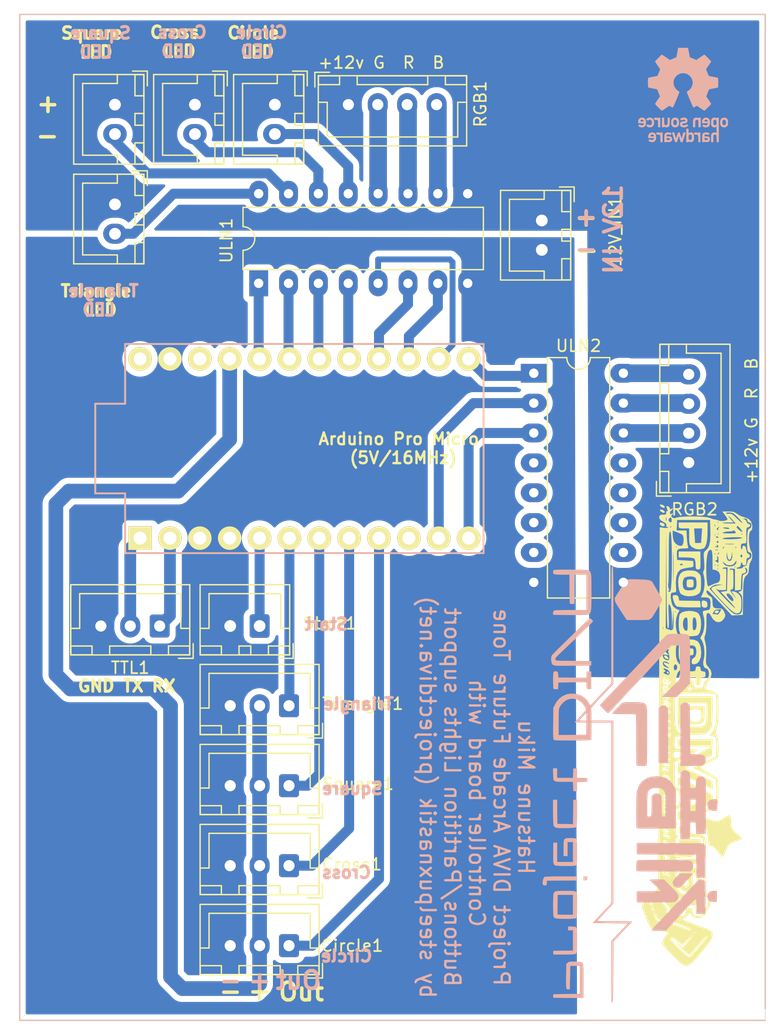
<source format=kicad_pcb>
(kicad_pcb (version 20210722) (generator pcbnew)
  (layers (0 "F.Cu" signal) (31 "B.Cu" signal) (34 "B.Paste" user) (35 "F.Paste" user) (36 "B.SilkS" user "B.Silkscreen") (37 "F.SilkS" user "F.Silkscreen") (38 "B.Mask" user) (39 "F.Mask" user) (44 "Edge.Cuts" user))
  (net 0 "")
  (net 1 "Net-(ProMicro1-Pad5)")
  (net 2 "Net-(ProMicro1-Pad6)")
  (net 3 "Net-(CIRCLE_LED1-Pad2)")
  (net 4 "Net-(Circle1-Pad1)")
  (net 5 "Net-(RGB1-Pad4)")
  (net 6 "Net-(RGB1-Pad3)")
  (net 7 "Net-(RGB1-Pad2)")
  (net 8 "Net-(12V_IN1-Pad1)")
  (net 9 "Net-(12V_IN1-Pad2)")
  (net 10 "Net-(Circle1-Pad2)")
  (net 11 "Net-(Cross1-Pad1)")
  (net 12 "Net-(SQUARE_LED1-Pad2)")
  (net 13 "Net-(ProMicro1-Pad7)")
  (net 14 "unconnected-(ProMicro1-Pad10)")
  (net 15 "Net-(ProMicro1-Pad13)")
  (net 16 "Net-(CROSS_LED1-Pad2)")
  (net 17 "Net-(ProMicro1-Pad14)")
  (net 18 "Net-(ProMicro1-Pad16)")
  (net 19 "Net-(ProMicro1-Pad17)")
  (net 20 "Net-(ProMicro1-Pad18)")
  (net 21 "Net-(ProMicro1-Pad19)")
  (net 22 "Net-(ProMicro1-Pad20)")
  (net 23 "Net-(TRIANGLE_LED1-Pad2)")
  (net 24 "Net-(ProMicro1-Pad15)")
  (net 25 "Net-(ProMicro1-Pad11)")
  (net 26 "Net-(ProMicro1-Pad12)")
  (net 27 "Net-(RGB2-Pad2)")
  (net 28 "Net-(RGB2-Pad3)")
  (net 29 "Net-(RGB2-Pad4)")
  (net 40 "Net-(TTL1-Pad2)")
  (net 41 "Net-(TTL1-Pad1)")
  (footprint "Connector_JST:JST_XH_B3B-XH-A_1x03_P2.50mm_Vertical" (layer "F.Cu") (at 124.5 109.65 180)
    (fp_text reference "Circle1" (at -5.365 0) (layer "F.SilkS"))
    (fp_text value "Circle_Conn_01x03")
    (pad "1" thru_hole roundrect locked (at 0 0 180) (size 1.7 1.95) (drill 0.95) (layers *.Cu *.Mask) (roundrect_rratio 0.147059) (net 4 "Net-(Circle1-Pad1)"))
    (pad "2" thru_hole oval locked (at 2.5 0 180) (size 1.7 1.95) (drill 0.95) (layers *.Cu *.Mask) (net 10 "Net-(Circle1-Pad2)"))
    (pad "3" thru_hole oval locked (at 5 0 180) (size 1.7 1.95) (drill 0.95) (layers *.Cu *.Mask) (net 9 "Net-(12V_IN1-Pad2)"))
  )
  (footprint "Connector_JST:JST_XH_B3B-XH-A_1x03_P2.50mm_Vertical" (layer "F.Cu") (at 124.5 102.85 180)
    (fp_text reference "Cross1" (at -5.346958 0.115477) (layer "F.SilkS"))
    (fp_text value "Cross_Conn_01x03")
    (pad "1" thru_hole roundrect locked (at 0 0 180) (size 1.7 1.95) (drill 0.95) (layers *.Cu *.Mask) (roundrect_rratio 0.147059) (net 11 "Net-(Cross1-Pad1)"))
    (pad "2" thru_hole oval locked (at 2.5 0 180) (size 1.7 1.95) (drill 0.95) (layers *.Cu *.Mask) (net 10 "Net-(Circle1-Pad2)"))
    (pad "3" thru_hole oval locked (at 5 0 180) (size 1.7 1.95) (drill 0.95) (layers *.Cu *.Mask) (net 9 "Net-(12V_IN1-Pad2)"))
  )
  (footprint "Connector_JST:JST_XH_B3B-XH-A_1x03_P2.50mm_Vertical" (layer "F.Cu") (at 124.5 96.05 180)
    (fp_text reference "Square1" (at -5.866927 0.155647) (layer "F.SilkS"))
    (fp_text value "Square_Conn_01x03")
    (pad "1" thru_hole roundrect locked (at 0 0 180) (size 1.7 1.95) (drill 0.95) (layers *.Cu *.Mask) (roundrect_rratio 0.147059) (net 13 "Net-(ProMicro1-Pad7)"))
    (pad "2" thru_hole oval locked (at 2.5 0 180) (size 1.7 1.95) (drill 0.95) (layers *.Cu *.Mask) (net 10 "Net-(Circle1-Pad2)"))
    (pad "3" thru_hole oval locked (at 5 0 180) (size 1.7 1.95) (drill 0.95) (layers *.Cu *.Mask) (net 9 "Net-(12V_IN1-Pad2)"))
  )
  (footprint "Connector_JST:JST_XH_B3B-XH-A_1x03_P2.50mm_Vertical" (layer "F.Cu") (at 124.5 89.25 180)
    (fp_text reference "Triangle1" (at -6.274552 0.166653) (layer "F.SilkS"))
    (fp_text value "Triangle_Conn_01x03")
    (pad "1" thru_hole roundrect locked (at 0 0 180) (size 1.7 1.95) (drill 0.95) (layers *.Cu *.Mask) (roundrect_rratio 0.147059) (net 2 "Net-(ProMicro1-Pad6)"))
    (pad "2" thru_hole oval locked (at 2.5 0 180) (size 1.7 1.95) (drill 0.95) (layers *.Cu *.Mask) (net 10 "Net-(Circle1-Pad2)"))
    (pad "3" thru_hole oval locked (at 5 0 180) (size 1.7 1.95) (drill 0.95) (layers *.Cu *.Mask) (net 9 "Net-(12V_IN1-Pad2)"))
  )
  (footprint "Connector_JST:JST_XH_B2B-XH-A_1x02_P2.50mm_Vertical" (layer "F.Cu") (at 122 82.475 180)
    (fp_text reference "Start1" (at -5.975 0.225 180) (layer "F.SilkS"))
    (fp_text value "START_Conn_01x02")
    (pad "1" thru_hole roundrect locked (at 0 0 180) (size 1.7 2) (drill 1) (layers *.Cu *.Mask) (roundrect_rratio 0.147059) (net 1 "Net-(ProMicro1-Pad5)"))
    (pad "2" thru_hole oval locked (at 2.5 0 180) (size 1.7 2) (drill 1) (layers *.Cu *.Mask) (net 9 "Net-(12V_IN1-Pad2)"))
  )
  (footprint "Connector_JST:JST_XH_B2B-XH-A_1x02_P2.50mm_Vertical" (layer "F.Cu") (at 109.7 46.625 -90)
    (fp_text reference "TRIANGLE_LED1" hide)
    (fp_text value "TRIANGLE_LED_Conn_01x02")
    (pad "1" thru_hole roundrect locked (at 0 0 270) (size 1.7 2) (drill 1) (layers *.Cu *.Mask) (roundrect_rratio 0.147059) (net 8 "Net-(12V_IN1-Pad1)"))
    (pad "2" thru_hole oval locked (at 2.5 0 270) (size 1.7 2) (drill 1) (layers *.Cu *.Mask) (net 23 "Net-(TRIANGLE_LED1-Pad2)"))
  )
  (footprint "Connector_JST:JST_XH_B2B-XH-A_1x02_P2.50mm_Vertical" (layer "F.Cu") (at 109.7 38.15 -90)
    (fp_text reference "SQUARE_LED1" hide)
    (fp_text value "SQUARE_LED_Conn_01x02")
    (pad "1" thru_hole roundrect locked (at 0 0 270) (size 1.7 2) (drill 1) (layers *.Cu *.Mask) (roundrect_rratio 0.147059) (net 8 "Net-(12V_IN1-Pad1)"))
    (pad "2" thru_hole oval locked (at 2.5 0 270) (size 1.7 2) (drill 1) (layers *.Cu *.Mask) (net 12 "Net-(SQUARE_LED1-Pad2)"))
  )
  (footprint "Connector_JST:JST_XH_B2B-XH-A_1x02_P2.50mm_Vertical" (layer "F.Cu") (at 116.5 38.15 -90)
    (fp_text reference "CROSS_LED1" hide)
    (fp_text value "CROSS_LED_Conn_01x02")
    (pad "1" thru_hole roundrect locked (at 0 0 270) (size 1.7 2) (drill 1) (layers *.Cu *.Mask) (roundrect_rratio 0.147059) (net 8 "Net-(12V_IN1-Pad1)"))
    (pad "2" thru_hole oval locked (at 2.5 0 270) (size 1.7 2) (drill 1) (layers *.Cu *.Mask) (net 16 "Net-(CROSS_LED1-Pad2)"))
  )
  (footprint "Connector_JST:JST_XH_B2B-XH-A_1x02_P2.50mm_Vertical" (layer "F.Cu") (at 123.3 38.15 -90)
    (fp_text reference "CIRCLE_LED1" hide)
    (fp_text value "CIRCLE_LED_Conn_01x02")
    (pad "1" thru_hole roundrect locked (at 0 0 270) (size 1.7 2) (drill 1) (layers *.Cu *.Mask) (roundrect_rratio 0.147059) (net 8 "Net-(12V_IN1-Pad1)"))
    (pad "2" thru_hole oval locked (at 2.5 0 270) (size 1.7 2) (drill 1) (layers *.Cu *.Mask) (net 3 "Net-(CIRCLE_LED1-Pad2)"))
  )
  (footprint "Connector_JST:JST_XH_B2B-XH-A_1x02_P2.50mm_Vertical" (layer "F.Cu") (at 146 48 -90)
    (fp_text reference "12V_IN1" (at 0.925 -6.25 -90) (layer "F.SilkS"))
    (fp_text value "12V_IN")
    (pad "1" thru_hole roundrect locked (at 0 0 270) (size 1.7 2) (drill 1) (layers *.Cu *.Mask) (roundrect_rratio 0.147059) (net 8 "Net-(12V_IN1-Pad1)"))
    (pad "2" thru_hole oval locked (at 2.5 0 270) (size 1.7 2) (drill 1) (layers *.Cu *.Mask) (net 9 "Net-(12V_IN1-Pad2)"))
  )
  (footprint "promicro:ProMicro" (layer "F.Cu") (at 125.805001 67.385001)
    (fp_text reference "ProMicro1" hide)
    (fp_text value "ProMicro")
    (pad "1" thru_hole rect locked (at -13.97 7.62) (size 2 2) (drill 1.1) (layers *.Cu *.Mask "F.SilkS") (net 40 "Net-(TTL1-Pad2)"))
    (pad "2" thru_hole circle locked (at -11.43 7.62) (size 2 2) (drill 1.1) (layers *.Cu *.Mask "F.SilkS") (net 41 "Net-(TTL1-Pad1)"))
    (pad "3" thru_hole circle locked (at -8.89 7.62) (size 2 2) (drill 1.1) (layers *.Cu *.Mask "F.SilkS") (net 9 "Net-(12V_IN1-Pad2)"))
    (pad "4" thru_hole circle locked (at -6.35 7.62) (size 2 2) (drill 1.1) (layers *.Cu *.Mask "F.SilkS") (net 9 "Net-(12V_IN1-Pad2)"))
    (pad "5" thru_hole circle locked (at -3.81 7.62) (size 2 2) (drill 1.1) (layers *.Cu *.Mask "F.SilkS") (net 1 "Net-(ProMicro1-Pad5)"))
    (pad "6" thru_hole circle locked (at -1.27 7.62) (size 2 2) (drill 1.1) (layers *.Cu *.Mask "F.SilkS") (net 2 "Net-(ProMicro1-Pad6)"))
    (pad "7" thru_hole circle locked (at 1.27 7.62) (size 2 2) (drill 1.1) (layers *.Cu *.Mask "F.SilkS") (net 13 "Net-(ProMicro1-Pad7)"))
    (pad "8" thru_hole circle locked (at 3.81 7.62) (size 2 2) (drill 1.1) (layers *.Cu *.Mask "F.SilkS") (net 11 "Net-(Cross1-Pad1)"))
    (pad "9" thru_hole circle locked (at 6.35 7.62) (size 2 2) (drill 1.1) (layers *.Cu *.Mask "F.SilkS") (net 4 "Net-(Circle1-Pad1)"))
    (pad "10" thru_hole circle locked (at 8.89 7.62) (size 2 2) (drill 1.1) (layers *.Cu *.Mask "F.SilkS") (net 14 "unconnected-(ProMicro1-Pad10)"))
    (pad "11" thru_hole circle locked (at 11.43 7.62) (size 2 2) (drill 1.1) (layers *.Cu *.Mask "F.SilkS") (net 25 "Net-(ProMicro1-Pad11)"))
    (pad "12" thru_hole circle locked (at 13.97 7.62) (size 2 2) (drill 1.1) (layers *.Cu *.Mask "F.SilkS") (net 26 "Net-(ProMicro1-Pad12)"))
    (pad "13" thru_hole circle locked (at 13.97 -7.62) (size 2 2) (drill 1.1) (layers *.Cu *.Mask "F.SilkS") (net 15 "Net-(ProMicro1-Pad13)"))
    (pad "14" thru_hole circle locked (at 11.43 -7.62) (size 2 2) (drill 1.1) (layers *.Cu *.Mask "F.SilkS") (net 17 "Net-(ProMicro1-Pad14)"))
    (pad "15" thru_hole circle locked (at 8.89 -7.62) (size 2 2) (drill 1.1) (layers *.Cu *.Mask "F.SilkS") (net 24 "Net-(ProMicro1-Pad15)"))
    (pad "16" thru_hole circle locked (at 6.35 -7.62) (size 2 2) (drill 1.1) (layers *.Cu *.Mask "F.SilkS") (net 18 "Net-(ProMicro1-Pad16)"))
    (pad "17" thru_hole circle locked (at 3.81 -7.62) (size 2 2) (drill 1.1) (layers *.Cu *.Mask "F.SilkS") (net 19 "Net-(ProMicro1-Pad17)"))
    (pad "18" thru_hole circle locked (at 1.27 -7.62) (size 2 2) (drill 1.1) (layers *.Cu *.Mask "F.SilkS") (net 20 "Net-(ProMicro1-Pad18)"))
    (pad "19" thru_hole circle locked (at -1.27 -7.62) (size 2 2) (drill 1.1) (layers *.Cu *.Mask "F.SilkS") (net 21 "Net-(ProMicro1-Pad19)"))
    (pad "20" thru_hole circle locked (at -3.81 -7.62) (size 2 2) (drill 1.1) (layers *.Cu *.Mask "F.SilkS") (net 22 "Net-(ProMicro1-Pad20)"))
    (pad "21" thru_hole circle locked (at -6.35 -7.62) (size 2 2) (drill 1.1) (layers *.Cu *.Mask "F.SilkS") (net 10 "Net-(Circle1-Pad2)"))
    (pad "22" thru_hole circle locked (at -8.89 -7.62) (size 2 2) (drill 1.1) (layers *.Cu *.Mask "F.SilkS"))
    (pad "23" thru_hole circle locked (at -11.43 -7.62) (size 2 2) (drill 1.1) (layers *.Cu *.Mask "F.SilkS") (net 9 "Net-(12V_IN1-Pad2)"))
    (pad "24" thru_hole circle locked (at -13.97 -7.62) (size 2 2) (drill 1.1) (layers *.Cu *.Mask "F.SilkS"))
  )
  (footprint "Package_DIP:DIP-16_W7.62mm" (layer "F.Cu") (at 121.92 53.34 90)
    (fp_text reference "ULN1" (at 3.64 -2.745 270) (layer "F.SilkS"))
    (fp_text value "ULN2003")
    (pad "1" thru_hole rect locked (at 0 0 90) (size 2.2 1.6) (drill 0.8) (layers *.Cu *.Mask) (net 22 "Net-(ProMicro1-Pad20)"))
    (pad "2" thru_hole oval locked (at 0 2.54 90) (size 2.2 1.6) (drill 0.8) (layers *.Cu *.Mask) (net 21 "Net-(ProMicro1-Pad19)"))
    (pad "3" thru_hole oval locked (at 0 5.08 90) (size 2.2 1.6) (drill 0.8) (layers *.Cu *.Mask) (net 20 "Net-(ProMicro1-Pad18)"))
    (pad "4" thru_hole oval locked (at 0 7.62 90) (size 2.2 1.6) (drill 0.8) (layers *.Cu *.Mask) (net 19 "Net-(ProMicro1-Pad17)"))
    (pad "5" thru_hole oval locked (at 0 10.16 90) (size 2.2 1.6) (drill 0.8) (layers *.Cu *.Mask) (net 17 "Net-(ProMicro1-Pad14)"))
    (pad "6" thru_hole oval locked (at 0 12.7 90) (size 2.2 1.6) (drill 0.8) (layers *.Cu *.Mask) (net 18 "Net-(ProMicro1-Pad16)"))
    (pad "7" thru_hole oval locked (at 0 15.24 90) (size 2.2 1.6) (drill 0.8) (layers *.Cu *.Mask) (net 24 "Net-(ProMicro1-Pad15)"))
    (pad "8" thru_hole oval locked (at 0 17.78 90) (size 2.2 1.6) (drill 0.8) (layers *.Cu *.Mask) (net 9 "Net-(12V_IN1-Pad2)"))
    (pad "9" thru_hole oval locked (at 7.62 17.78 90) (size 2.2 1.6) (drill 0.8) (layers *.Cu *.Mask) (net 8 "Net-(12V_IN1-Pad1)"))
    (pad "10" thru_hole oval locked (at 7.62 15.24 90) (size 2.2 1.6) (drill 0.8) (layers *.Cu *.Mask) (net 5 "Net-(RGB1-Pad4)"))
    (pad "11" thru_hole oval locked (at 7.62 12.7 90) (size 2.2 1.6) (drill 0.8) (layers *.Cu *.Mask) (net 6 "Net-(RGB1-Pad3)"))
    (pad "12" thru_hole oval locked (at 7.62 10.16 90) (size 2.2 1.6) (drill 0.8) (layers *.Cu *.Mask) (net 7 "Net-(RGB1-Pad2)"))
    (pad "13" thru_hole oval locked (at 7.62 7.62 90) (size 2.2 1.6) (drill 0.8) (layers *.Cu *.Mask) (net 3 "Net-(CIRCLE_LED1-Pad2)"))
    (pad "14" thru_hole oval locked (at 7.62 5.08 90) (size 2.2 1.6) (drill 0.8) (layers *.Cu *.Mask) (net 16 "Net-(CROSS_LED1-Pad2)"))
    (pad "15" thru_hole oval locked (at 7.62 2.54 90) (size 2.2 1.6) (drill 0.8) (layers *.Cu *.Mask) (net 12 "Net-(SQUARE_LED1-Pad2)"))
    (pad "16" thru_hole oval locked (at 7.62 0 90) (size 2.2 1.6) (drill 0.8) (layers *.Cu *.Mask) (net 23 "Net-(TRIANGLE_LED1-Pad2)"))
  )
  (footprint "Package_DIP:DIP-16_W7.62mm" (layer "F.Cu") (at 145.316202 60.984898)
    (fp_text reference "ULN2" (at 3.81 -2.33) (layer "F.SilkS"))
    (fp_text value "ULN2003")
    (pad "1" thru_hole rect locked (at 0 0) (size 2.2 1.6) (drill 0.8) (layers *.Cu *.Mask) (net 15 "Net-(ProMicro1-Pad13)"))
    (pad "2" thru_hole oval locked (at 0 2.54) (size 2.2 1.6) (drill 0.8) (layers *.Cu *.Mask) (net 25 "Net-(ProMicro1-Pad11)"))
    (pad "3" thru_hole oval locked (at 0 5.08) (size 2.2 1.6) (drill 0.8) (layers *.Cu *.Mask) (net 26 "Net-(ProMicro1-Pad12)"))
    (pad "4" thru_hole oval locked (at 0 7.62) (size 2.2 1.6) (drill 0.8) (layers *.Cu *.Mask))
    (pad "5" thru_hole oval locked (at 0 10.16) (size 2.2 1.6) (drill 0.8) (layers *.Cu *.Mask))
    (pad "6" thru_hole oval locked (at 0 12.7) (size 2.2 1.6) (drill 0.8) (layers *.Cu *.Mask))
    (pad "7" thru_hole oval locked (at 0 15.24) (size 2.2 1.6) (drill 0.8) (layers *.Cu *.Mask))
    (pad "8" thru_hole oval locked (at 0 17.78) (size 2.2 1.6) (drill 0.8) (layers *.Cu *.Mask) (net 9 "Net-(12V_IN1-Pad2)"))
    (pad "9" thru_hole oval locked (at 7.62 17.78) (size 2.2 1.6) (drill 0.8) (layers *.Cu *.Mask) (net 8 "Net-(12V_IN1-Pad1)"))
    (pad "10" thru_hole oval locked (at 7.62 15.24) (size 2.2 1.6) (drill 0.8) (layers *.Cu *.Mask))
    (pad "11" thru_hole oval locked (at 7.62 12.7) (size 2.2 1.6) (drill 0.8) (layers *.Cu *.Mask))
    (pad "12" thru_hole oval locked (at 7.62 10.16) (size 2.2 1.6) (drill 0.8) (layers *.Cu *.Mask))
    (pad "13" thru_hole oval locked (at 7.62 7.62) (size 2.2 1.6) (drill 0.8) (layers *.Cu *.Mask))
    (pad "14" thru_hole oval locked (at 7.62 5.08) (size 2.2 1.6) (drill 0.8) (layers *.Cu *.Mask) (net 27 "Net-(RGB2-Pad2)"))
    (pad "15" thru_hole oval locked (at 7.62 2.54) (size 2.2 1.6) (drill 0.8) (layers *.Cu *.Mask) (net 28 "Net-(RGB2-Pad3)"))
    (pad "16" thru_hole oval locked (at 7.62 0) (size 2.2 1.6) (drill 0.8) (layers *.Cu *.Mask) (net 29 "Net-(RGB2-Pad4)"))
  )
  (footprint "Connector_JST:JST_XH_B4B-XH-A_1x04_P2.50mm_Vertical" (layer "F.Cu") (at 129.55 38.15)
    (fp_text reference "RGB1" (at 11.225 -0.05 90) (layer "F.SilkS"))
    (fp_text value "Conn_01x04")
    (pad "1" thru_hole roundrect locked (at 0 0) (size 1.7 1.95) (drill 0.95) (layers *.Cu *.Mask) (roundrect_rratio 0.147059) (net 8 "Net-(12V_IN1-Pad1)"))
    (pad "2" thru_hole oval locked (at 2.5 0) (size 1.7 1.95) (drill 0.95) (layers *.Cu *.Mask) (net 7 "Net-(RGB1-Pad2)"))
    (pad "3" thru_hole oval locked (at 5 0) (size 1.7 1.95) (drill 0.95) (layers *.Cu *.Mask) (net 6 "Net-(RGB1-Pad3)"))
    (pad "4" thru_hole oval locked (at 7.5 0) (size 1.7 1.95) (drill 0.95) (layers *.Cu *.Mask) (net 5 "Net-(RGB1-Pad4)"))
  )
  (footprint "Connector_JST:JST_XH_B3B-XH-A_1x03_P2.50mm_Vertical" (layer "F.Cu") (at 113.5 82.475 180)
    (fp_text reference "TTL1" (at 2.5 -3.55) (layer "F.SilkS"))
    (fp_text value "TTL_Conn_01x03")
    (pad "1" thru_hole roundrect locked (at 0 0 180) (size 1.7 1.95) (drill 0.95) (layers *.Cu *.Mask) (roundrect_rratio 0.147059) (net 41 "Net-(TTL1-Pad1)"))
    (pad "2" thru_hole oval locked (at 2.5 0 180) (size 1.7 1.95) (drill 0.95) (layers *.Cu *.Mask) (net 40 "Net-(TTL1-Pad2)"))
    (pad "3" thru_hole oval locked (at 5 0 180) (size 1.7 1.95) (drill 0.95) (layers *.Cu *.Mask) (net 9 "Net-(12V_IN1-Pad2)"))
  )
  (footprint "logos:projectdivanet" (layer "F.Cu") (at 159.08 91.85 -90)
    (fp_text reference "G***" hide)
    (fp_text value "LOGO" hide)
  )
  (footprint "Connector_JST:JST_XH_B4B-XH-A_1x04_P2.50mm_Vertical" (layer "F.Cu") (at 158.496 68.58 90)
    (fp_text reference "RGB2" (at -3.975 0.495173) (layer "F.SilkS"))
    (fp_text value "Conn_01x04")
    (pad "1" thru_hole roundrect locked (at 0 0 90) (size 1.7 1.95) (drill 0.95) (layers *.Cu *.Mask) (roundrect_rratio 0.147059) (net 8 "Net-(12V_IN1-Pad1)"))
    (pad "2" thru_hole oval locked (at 2.5 0 90) (size 1.7 1.95) (drill 0.95) (layers *.Cu *.Mask) (net 27 "Net-(RGB2-Pad2)"))
    (pad "3" thru_hole oval locked (at 5 0 90) (size 1.7 1.95) (drill 0.95) (layers *.Cu *.Mask) (net 28 "Net-(RGB2-Pad3)"))
    (pad "4" thru_hole oval locked (at 7.5 0 90) (size 1.7 1.95) (drill 0.95) (layers *.Cu *.Mask) (net 29 "Net-(RGB2-Pad4)"))
  )
  (footprint "logos:projectdiva_logo" (layer "B.Cu") (at 153.564709 96.102191 90)
    (fp_text reference "G***" hide)
    (fp_text value "LOGO" hide)
  )
  (footprint "Symbol:OSHW-Logo_7.5x8mm_SilkScreen" (layer "B.Cu") (at 158.025 37.325 180)
    (fp_text reference "REF**" hide)
    (fp_text value "OSHW-Logo_7.5x8mm_SilkScreen" hide)
  )
  (gr_line (start 101.6 30.48) (end 101.6 109.22) (layer "B.SilkS") (width 0.12))
  (gr_line (start 165 30.48) (end 162.56 30.48) (layer "B.SilkS") (width 0.12))
  (gr_line (start 162.56 116) (end 165 116) (layer "B.SilkS") (width 0.12))
  (gr_line (start 101.6 109.22) (end 101.6 116) (layer "B.SilkS") (width 0.12))
  (gr_line (start 165 115) (end 165 30.48) (layer "B.SilkS") (width 0.12))
  (gr_line (start 162.56 30.48) (end 101.6 30.48) (layer "B.SilkS") (width 0.12))
  (gr_line (start 101.6 116) (end 162.56 116) (layer "B.SilkS") (width 0.12))
  (gr_line (start 101.6 110.49) (end 101.6 30.48) (layer "Edge.Cuts") (width 0.05))
  (gr_line (start 165 30.48) (end 165 116) (layer "Edge.Cuts") (width 0.05))
  (gr_line (start 101.6 30.48) (end 165 30.48) (layer "Edge.Cuts") (width 0.05))
  (gr_line (start 101.6 116) (end 165 116) (layer "Edge.Cuts") (width 0.05))
  (gr_line (start 101.6 110.49) (end 101.6 116) (layer "Edge.Cuts") (width 0.05))
  (gr_text "+" (at 149.775 47.65) (layer "B.SilkS") (effects (font (size 1.5 1.5) (thickness 0.3))))
  (gr_text "-" (at 149.775 50.4) (layer "B.SilkS") (effects (font (size 1.5 1.5) (thickness 0.3))))
  (gr_text "-" (at 119.525 112.6) (layer "B.SilkS") (effects (font (size 1.5 1.5) (thickness 0.3)) (justify mirror)))
  (gr_text "Out" (at 125.3 112.6) (layer "B.SilkS") (effects (font (size 1.5 1.5) (thickness 0.3)) (justify mirror)))
  (gr_text "+" (at 122 112.6) (layer "B.SilkS") (effects (font (size 1.5 1.5) (thickness 0.3)) (justify mirror)))
  (gr_text "Triangle" (at 130.4 89.1) (layer "B.SilkS") (effects (font (size 1 1) (thickness 0.25)) (justify mirror)))
  (gr_text "Square" (at 129.875 96.3) (layer "B.SilkS") (effects (font (size 1 1) (thickness 0.25)) (justify mirror)))
  (gr_text "Cross \nLED" (at 115.025 32.8) (layer "B.SilkS") (effects (font (size 1 1) (thickness 0.25)) (justify mirror)))
  (gr_text "12V IN" (at 152.075 48.75 90) (layer "B.SilkS") (effects (font (size 1.5 1.5) (thickness 0.3)) (justify mirror)))
  (gr_text "Hatsune Miku\nProject DIVA Arcade Future Tone\nController board with \nButtons/Partition Lights support\nby steelpuxnastik (projectdiva.net)" (at 140.47 97.03 270) (layer "B.SilkS") (effects (font (size 1.3 1.3) (thickness 0.2)) (justify mirror)))
  (gr_text "Circle \nLED" (at 121.775 32.8) (layer "B.SilkS") (effects (font (size 1 1) (thickness 0.25)) (justify mirror)))
  (gr_text "Start" (at 127.675 82.325) (layer "B.SilkS") (effects (font (size 1 1) (thickness 0.25)) (justify mirror)))
  (gr_text "Triangle \nLED" (at 108.32 54.79) (layer "B.SilkS") (effects (font (size 1 1) (thickness 0.25)) (justify mirror)))
  (gr_text "Cross" (at 129.38 103.42) (layer "B.SilkS") (effects (font (size 1 1) (thickness 0.25)) (justify mirror)))
  (gr_text "Circle" (at 129.38 110.53) (layer "B.SilkS") (effects (font (size 1 1) (thickness 0.25)) (justify mirror)))
  (gr_text "Square \nLED" (at 108.075 32.865) (layer "B.SilkS") (effects (font (size 1 1) (thickness 0.25)) (justify mirror)))
  (gr_text "Circle \nLED" (at 121.84 32.86) (layer "F.SilkS") (effects (font (size 1 1) (thickness 0.25))))
  (gr_text "Cross \nLED" (at 115.17 32.81) (layer "F.SilkS") (effects (font (size 1 1) (thickness 0.25))))
  (gr_text "Square \nLED" (at 108.1 32.875) (layer "F.SilkS") (effects (font (size 1 1) (thickness 0.25))))
  (gr_text "Triangle \nLED" (at 108.475 54.8) (layer "F.SilkS") (effects (font (size 1 1) (thickness 0.25))))
  (gr_text "-" (at 149.85 50.5) (layer "F.SilkS") (effects (font (size 1.5 1.5) (thickness 0.3))))
  (gr_text "+" (at 104 38.05) (layer "F.SilkS") (effects (font (size 1.5 1.5) (thickness 0.3)) (justify mirror)))
  (gr_text "-" (at 103.95 40.775) (layer "F.SilkS") (effects (font (size 1.5 1.5) (thickness 0.3))))
  (gr_text "+" (at 122 113.475) (layer "F.SilkS") (effects (font (size 1.5 1.5) (thickness 0.3)) (justify mirror)))
  (gr_text "-" (at 119.525 113.5) (layer "F.SilkS") (effects (font (size 1.5 1.5) (thickness 0.3))))
  (gr_text "Out" (at 125.55 113.575) (layer "F.SilkS") (effects (font (size 1.5 1.5) (thickness 0.3))))
  (gr_text "+" (at 149.775 47.7) (layer "F.SilkS") (effects (font (size 1.5 1.5) (thickness 0.3)) (justify mirror)))
  (gr_text "+12v G  R  B" (at 163.83 65.024 90) (layer "F.SilkS") (effects (font (size 1 1))))
  (gr_text "+12v G  R  B" (at 132.35 34.575) (layer "F.SilkS") (effects (font (size 1 1))))
  (gr_text "GND TX RX" (at 110.7 87.575) (layer "F.SilkS") (effects (font (size 1 1) (thickness 0.25))))
  (gr_text "Arduino Pro Micro \n(5V/16MHz)" (at 134.22 67.37) (layer "F.SilkS") (effects (font (size 1 1) (thickness 0.2))))
  (segment (start 121.79 74.8) (end 121.995001 75.005001) (width 0.85) (layer "B.Cu") (net 1))
  (segment (start 122 75.01) (end 121.995001 75.005001) (width 0.85) (layer "B.Cu") (net 1))
  (segment (start 122 82.475) (end 122 75.01) (width 0.85) (layer "B.Cu") (net 1))
  (segment (start 124.500448 75.039554) (end 124.535001 75.005001) (width 0.85) (layer "B.Cu") (net 2))
  (segment (start 124.62 74.920002) (end 124.535001 75.005001) (width 0.85) (layer "B.Cu") (net 2))
  (segment (start 124.535001 89.339999) (end 124.5 89.375) (width 0.85) (layer "B.Cu") (net 2))
  (segment (start 124.535001 75.005001) (end 124.535001 89.339999) (width 0.85) (layer "B.Cu") (net 2))
  (segment (start 129.54 43.39) (end 126.8 40.65) (width 0.85) (layer "B.Cu") (net 3))
  (segment (start 129.54 45.72) (end 129.54 43.39) (width 0.85) (layer "B.Cu") (net 3))
  (segment (start 126.8 40.65) (end 123.3 40.65) (width 0.85) (layer "B.Cu") (net 3))
  (segment (start 124.5 110.025) (end 124.9 110.025) (width 0.85) (layer "B.Cu") (net 4))
  (segment (start 132.155001 75.005001) (end 132.155001 103.969999) (width 0.85) (layer "B.Cu") (net 4))
  (segment (start 126.475 109.65) (end 124.5 109.65) (width 0.85) (layer "B.Cu") (net 4))
  (segment (start 132.155001 103.969999) (end 126.475 109.65) (width 0.85) (layer "B.Cu") (net 4))
  (segment (start 137.16 38.26) (end 137.05 38.15) (width 1.5) (layer "B.Cu") (net 5))
  (segment (start 137.16 38.46) (end 137.1 38.4) (width 1.5) (layer "B.Cu") (net 5))
  (segment (start 137.16 45.72) (end 137.16 38.26) (width 1.5) (layer "B.Cu") (net 5))
  (segment (start 134.62 45.72) (end 134.62 38.22) (width 1.5) (layer "B.Cu") (net 6))
  (segment (start 134.62 38.42) (end 134.6 38.4) (width 1.5) (layer "B.Cu") (net 6))
  (segment (start 134.62 38.22) (end 134.55 38.15) (width 1.5) (layer "B.Cu") (net 6))
  (segment (start 132.08 38.42) (end 132.1 38.4) (width 1.5) (layer "B.Cu") (net 7))
  (segment (start 132.08 45.72) (end 132.08 38.18) (width 1.5) (layer "B.Cu") (net 7))
  (segment (start 132.08 38.18) (end 132.05 38.15) (width 1.5) (layer "B.Cu") (net 7))
  (segment (start 119.5 75.05) (end 119.455001 75.005001) (width 1.25) (layer "B.Cu") (net 9))
  (segment (start 119.5 82.475) (end 119.325 82.65) (width 1.25) (layer "B.Cu") (net 9))
  (segment (start 104.675 86.6) (end 104.675 72.1) (width 1.25) (layer "B.Cu") (net 10))
  (segment (start 122 112.9) (end 121.6 113.3) (width 1.25) (layer "B.Cu") (net 10))
  (segment (start 104.675 72.1) (end 105.768996 71.006004) (width 1.25) (layer "B.Cu") (net 10))
  (segment (start 115.068996 71.006004) (end 119.455001 66.619999) (width 1.25) (layer "B.Cu") (net 10))
  (segment (start 122 89.375) (end 122 110.025) (width 1.25) (layer "B.Cu") (net 10))
  (segment (start 119.455001 66.619999) (end 119.455001 59.765001) (width 1.25) (layer "B.Cu") (net 10))
  (segment (start 114.425 112.3) (end 114.425 89.25) (width 1.25) (layer "B.Cu") (net 10))
  (segment (start 114.425 89.25) (end 113 87.825) (width 1.25) (layer "B.Cu") (net 10))
  (segment (start 122 110.025) (end 122 112.9) (width 1.25) (layer "B.Cu") (net 10))
  (segment (start 105.768996 71.006004) (end 115.068996 71.006004) (width 1.25) (layer "B.Cu") (net 10))
  (segment (start 121.6 113.3) (end 115.425 113.3) (width 1.25) (layer "B.Cu") (net 10))
  (segment (start 119.455001 59.765001) (end 119.455001 59.926003) (width 1.25) (layer "B.Cu") (net 10))
  (segment (start 113 87.825) (end 105.9 87.825) (width 1.25) (layer "B.Cu") (net 10))
  (segment (start 105.9 87.825) (end 104.675 86.6) (width 1.25) (layer "B.Cu") (net 10))
  (segment (start 115.425 113.3) (end 114.425 112.3) (width 1.25) (layer "B.Cu") (net 10))
  (segment (start 129.615001 75.005001) (end 129.615001 99.684999) (width 0.85) (layer "B.Cu") (net 11))
  (segment (start 126.45 102.85) (end 124.5 102.85) (width 0.85) (layer "B.Cu") (net 11))
  (segment (start 124.5 103.15) (end 124.828519 103.15) (width 0.85) (layer "B.Cu") (net 11))
  (segment (start 129.615001 99.684999) (end 126.45 102.85) (width 0.85) (layer "B.Cu") (net 11))
  (segment (start 124.46 45.72) (end 122.73548 43.99548) (width 0.85) (layer "B.Cu") (net 12))
  (segment (start 112.44548 43.99548) (end 109.7 41.25) (width 0.85) (layer "B.Cu") (net 12))
  (segment (start 109.5 41.05) (end 109.5 40.65) (width 0.85) (layer "B.Cu") (net 12))
  (segment (start 109.7 41.25) (end 109.7 40.65) (width 0.85) (layer "B.Cu") (net 12))
  (segment (start 122.73548 43.99548) (end 112.44548 43.99548) (width 0.85) (layer "B.Cu") (net 12))
  (segment (start 126.075 96.05) (end 124.5 96.05) (width 0.85) (layer "B.Cu") (net 13))
  (segment (start 124.5 96.25) (end 124.61372 96.25) (width 0.85) (layer "B.Cu") (net 13))
  (segment (start 127.075001 75.005001) (end 127.075001 95.049999) (width 0.85) (layer "B.Cu") (net 13))
  (segment (start 127.075001 95.049999) (end 126.075 96.05) (width 0.85) (layer "B.Cu") (net 13))
  (segment (start 134.695001 75.005001) (end 134.695001 75.166003) (width 1.25) (layer "B.Cu") (net 14))
  (segment (start 139.775001 59.765001) (end 141.224 61.214) (width 0.85) (layer "B.Cu") (net 15))
  (segment (start 141.224 61.214) (end 145.0871 61.214) (width 0.85) (layer "B.Cu") (net 15))
  (segment (start 145.0871 61.214) (end 145.316202 60.984898) (width 0.85) (layer "B.Cu") (net 15))
  (segment (start 127 43.75) (end 125.45 42.2) (width 0.85) (layer "B.Cu") (net 16))
  (segment (start 125.45 42.2) (end 117.55 42.2) (width 0.85) (layer "B.Cu") (net 16))
  (segment (start 116.5 41.15) (end 116.5 40.65) (width 0.85) (layer "B.Cu") (net 16))
  (segment (start 117.55 42.2) (end 116.5 41.15) (width 0.85) (layer "B.Cu") (net 16))
  (segment (start 127 45.72) (end 127 43.75) (width 0.85) (layer "B.Cu") (net 16))
  (segment (start 132.155001 53.415001) (end 132.08 53.34) (width 0.85) (layer "B.Cu") (net 17))
  (segment (start 138.176 51.308) (end 132.08 51.308) (width 0.5) (layer "B.Cu") (net 17))
  (segment (start 137.235001 59.765001) (end 138.409511 58.590491) (width 0.5) (layer "B.Cu") (net 17))
  (segment (start 132.08 51.308) (end 132.08 53.34) (width 0.5) (layer "B.Cu") (net 17))
  (segment (start 138.409511 58.590491) (end 138.409511 51.541511) (width 0.5) (layer "B.Cu") (net 17))
  (segment (start 138.409511 51.541511) (end 138.176 51.308) (width 0.5) (layer "B.Cu") (net 17))
  (segment (start 132.155001 59.765001) (end 132.155001 57.582999) (width 0.85) (layer "B.Cu") (net 18))
  (segment (start 132.155001 57.582999) (end 134.62 55.118) (width 0.85) (layer "B.Cu") (net 18))
  (segment (start 134.62 55.118) (end 134.62 53.34) (width 0.85) (layer "B.Cu") (net 18))
  (segment (start 134.695001 53.415001) (end 134.62 53.34) (width 0.85) (layer "B.Cu") (net 18))
  (segment (start 129.54 59.69) (end 129.615001 59.765001) (width 0.85) (layer "B.Cu") (net 19))
  (segment (start 129.54 53.34) (end 129.54 59.69) (width 0.85) (layer "B.Cu") (net 19))
  (segment (start 127 53.34) (end 127 59.69) (width 0.85) (layer "B.Cu") (net 20))
  (segment (start 127 59.69) (end 127.075001 59.765001) (width 0.85) (layer "B.Cu") (net 20))
  (segment (start 124.46 53.34) (end 124.46 59.69) (width 0.85) (layer "B.Cu") (net 21))
  (segment (start 124.46 59.69) (end 124.535001 59.765001) (width 0.85) (layer "B.Cu") (net 21))
  (segment (start 121.92 59.69) (end 121.995001 59.765001) (width 0.85) (layer "B.Cu") (net 22))
  (segment (start 121.92 53.34) (end 121.92 59.69) (width 0.85) (layer "B.Cu") (net 22))
  (segment (start 121.92 45.72) (end 114.68 45.72) (width 0.85) (layer "B.Cu") (net 23))
  (segment (start 114.68 45.72) (end 111.275 49.125) (width 0.85) (layer "B.Cu") (net 23))
  (segment (start 111.275 49.125) (end 109.7 49.125) (width 0.85) (layer "B.Cu") (net 23))
  (segment (start 134.695001 59.765001) (end 134.695001 57.836999) (width 0.85) (layer "B.Cu") (net 24))
  (segment (start 134.695001 57.836999) (end 137.16 55.372) (width 0.85) (layer "B.Cu") (net 24))
  (segment (start 137.16 55.372) (end 137.16 53.34) (width 0.85) (layer "B.Cu") (net 24))
  (segment (start 137.235001 66.472999) (end 140.183102 63.524898) (width 0.85) (layer "B.Cu") (net 25))
  (segment (start 137.235001 75.005001) (end 137.235001 66.472999) (width 0.85) (layer "B.Cu") (net 25))
  (segment (start 140.183102 63.524898) (end 145.316202 63.524898) (width 0.85) (layer "B.Cu") (net 25))
  (segment (start 139.775001 66.980999) (end 140.691102 66.064898) (width 0.85) (layer "B.Cu") (net 26))
  (segment (start 140.691102 66.064898) (end 145.316202 66.064898) (width 0.85) (layer "B.Cu") (net 26))
  (segment (start 139.775001 75.005001) (end 139.775001 66.980999) (width 0.85) (layer "B.Cu") (net 26))
  (segment (start 152.936202 66.064898) (end 152.951304 66.08) (width 1.5) (layer "B.Cu") (net 27))
  (segment (start 158.480898 66.064898) (end 158.496 66.08) (width 1.5) (layer "B.Cu") (net 27))
  (segment (start 152.936202 66.064898) (end 158.480898 66.064898) (width 1.5) (layer "B.Cu") (net 27))
  (segment (start 152.936202 63.524898) (end 158.440898 63.524898) (width 1.5) (layer "B.Cu") (net 28))
  (segment (start 158.440898 63.524898) (end 158.496 63.58) (width 1.5) (layer "B.Cu") (net 28))
  (segment (start 152.936202 63.524898) (end 152.951304 63.54) (width 1.5) (layer "B.Cu") (net 28))
  (segment (start 152.936202 60.984898) (end 152.951304 61) (width 1.5) (layer "B.Cu") (net 29))
  (segment (start 152.936202 60.984898) (end 158.400898 60.984898) (width 1.5) (layer "B.Cu") (net 29))
  (segment (start 158.400898 60.984898) (end 158.496 61.08) (width 1.5) (layer "B.Cu") (net 29))
  (segment (start 111 82.475) (end 111 75.840002) (width 1) (layer "B.Cu") (net 40))
  (segment (start 111 75.840002) (end 111.835001 75.005001) (width 1) (layer "B.Cu") (net 40))
  (segment (start 113.5 82.475) (end 114.375001 81.599999) (width 1) (layer "B.Cu") (net 41))
  (segment (start 114.375001 81.599999) (end 114.375001 75.005001) (width 1) (layer "B.Cu") (net 41))
  (zone (net 9) (net_name "Net-(12V_IN1-Pad2)") (layer "B.Cu") (connect_pads yes (clearance 0.508)) (min_thickness 0.254) (fill yes (thermal_gap 0.508) (thermal_bridge_width 0.508))
    (polygon (pts (xy 100.225 49.375) (xy 148.775 49.425) (xy 149 116.2) (xy 99.922093 116.318045)))
  )
  (zone (net 8) (net_name "Net-(12V_IN1-Pad1)") (layer "B.Cu") (connect_pads yes (clearance 0.508)) (min_thickness 0.254) (fill yes (thermal_gap 0.508) (thermal_bridge_width 0.508))
    (polygon (pts (xy 166.474237 86.942144) (xy 150.047034 86.813983) (xy 149.867776 48.874936) (xy 100.175 48.85) (xy 100.433794 29.354961) (xy 166.598634 29.25437)))
  )
)
</source>
